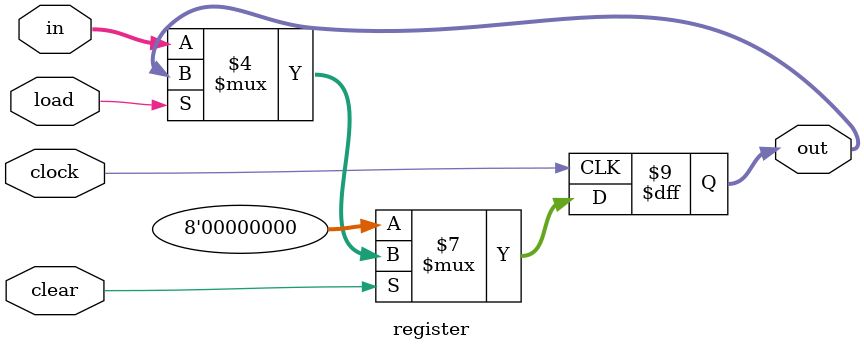
<source format=v>
module register
	#(parameter		Width = 8)
	(output reg [Width-1:0] out,
	input 		[Width-1:0] in,
	input			clear, load, clock);
	
	always @(posedge clock)
		if (~clear)
			out <= 0;
		else if (~load)
			out <= in;
endmodule

</source>
